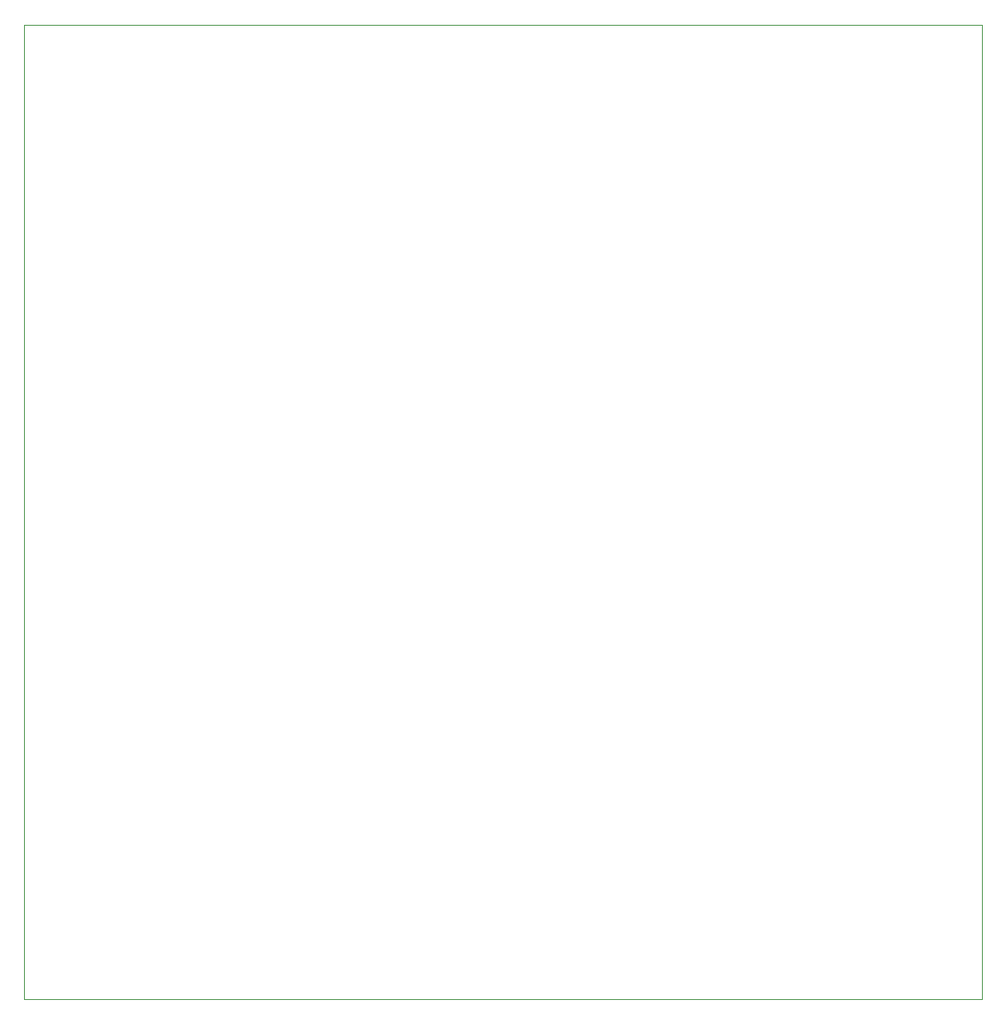
<source format=gbr>
%TF.GenerationSoftware,KiCad,Pcbnew,8.0.6*%
%TF.CreationDate,2025-04-30T12:18:25-07:00*%
%TF.ProjectId,Media_Macro_Controller,4d656469-615f-44d6-9163-726f5f436f6e,rev?*%
%TF.SameCoordinates,Original*%
%TF.FileFunction,Profile,NP*%
%FSLAX46Y46*%
G04 Gerber Fmt 4.6, Leading zero omitted, Abs format (unit mm)*
G04 Created by KiCad (PCBNEW 8.0.6) date 2025-04-30 12:18:25*
%MOMM*%
%LPD*%
G01*
G04 APERTURE LIST*
%TA.AperFunction,Profile*%
%ADD10C,0.050000*%
%TD*%
G04 APERTURE END LIST*
D10*
X136985000Y-22665000D02*
X234833140Y-22665000D01*
X234833140Y-122213140D01*
X136985000Y-122213140D01*
X136985000Y-22665000D01*
M02*

</source>
